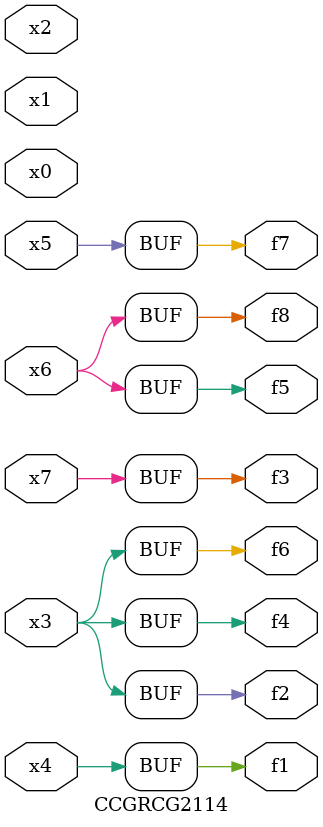
<source format=v>
module CCGRCG2114(
	input x0, x1, x2, x3, x4, x5, x6, x7,
	output f1, f2, f3, f4, f5, f6, f7, f8
);
	assign f1 = x4;
	assign f2 = x3;
	assign f3 = x7;
	assign f4 = x3;
	assign f5 = x6;
	assign f6 = x3;
	assign f7 = x5;
	assign f8 = x6;
endmodule

</source>
